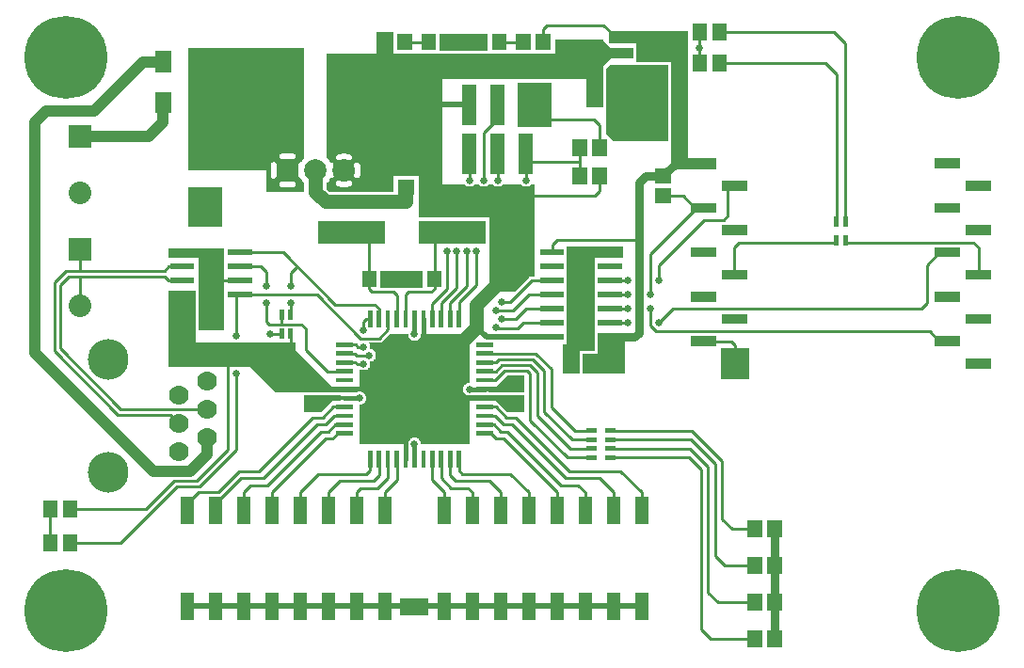
<source format=gbr>
G04 start of page 2 for group 0 idx 0 *
G04 Title: (unknown), top *
G04 Creator: pcb 20140316 *
G04 CreationDate: Wed 03 Jan 2018 04:45:06 AM GMT UTC *
G04 For: railfan *
G04 Format: Gerber/RS-274X *
G04 PCB-Dimensions (mil): 3500.00 2300.00 *
G04 PCB-Coordinate-Origin: lower left *
%MOIN*%
%FSLAX25Y25*%
%LNTOP*%
%ADD40C,0.0480*%
%ADD39C,0.1280*%
%ADD38C,0.1285*%
%ADD37C,0.0450*%
%ADD36C,0.0120*%
%ADD35C,0.0260*%
%ADD34R,0.0350X0.0350*%
%ADD33R,0.0945X0.0945*%
%ADD32R,0.0378X0.0378*%
%ADD31R,0.0500X0.0500*%
%ADD30R,0.0167X0.0167*%
%ADD29R,0.0787X0.0787*%
%ADD28R,0.0157X0.0157*%
%ADD27R,0.0440X0.0440*%
%ADD26R,0.0550X0.0550*%
%ADD25R,0.0512X0.0512*%
%ADD24R,0.0630X0.0630*%
%ADD23R,0.0200X0.0200*%
%ADD22C,0.0800*%
%ADD21C,0.1440*%
%ADD20C,0.2937*%
%ADD19C,0.0787*%
%ADD18C,0.0700*%
%ADD17C,0.0400*%
%ADD16C,0.0500*%
%ADD15C,0.0300*%
%ADD14C,0.0200*%
%ADD13C,0.0100*%
%ADD12C,0.0150*%
%ADD11C,0.0001*%
G54D11*G36*
X131621Y115000D02*X138193D01*
X138221Y114639D01*
X138306Y114287D01*
X138444Y113953D01*
X138634Y113644D01*
X138869Y113369D01*
X139144Y113134D01*
X139453Y112944D01*
X139787Y112806D01*
X140139Y112721D01*
X140500Y112693D01*
X140861Y112721D01*
X141213Y112806D01*
X141547Y112944D01*
X141856Y113134D01*
X142131Y113369D01*
X142366Y113644D01*
X142556Y113953D01*
X142694Y114287D01*
X142779Y114639D01*
X142800Y115000D01*
X160000D01*
Y97807D01*
X159639Y97779D01*
X159287Y97694D01*
X158953Y97556D01*
X158644Y97366D01*
X158369Y97131D01*
X158134Y96856D01*
X157944Y96547D01*
X157806Y96213D01*
X157721Y95861D01*
X157693Y95500D01*
X157721Y95139D01*
X157806Y94787D01*
X157944Y94453D01*
X158134Y94144D01*
X158369Y93869D01*
X158644Y93634D01*
X158953Y93444D01*
X159287Y93306D01*
X159639Y93221D01*
X160000Y93193D01*
Y76000D01*
X142800D01*
X142779Y76361D01*
X142694Y76713D01*
X142556Y77047D01*
X142366Y77356D01*
X142131Y77631D01*
X141856Y77866D01*
X141547Y78056D01*
X141213Y78194D01*
X140861Y78279D01*
X140500Y78307D01*
X140139Y78279D01*
X139787Y78194D01*
X139453Y78056D01*
X139144Y77866D01*
X138869Y77631D01*
X138634Y77356D01*
X138444Y77047D01*
X138306Y76713D01*
X138221Y76361D01*
X138193Y76000D01*
X121000D01*
Y90044D01*
X121361Y90072D01*
X121713Y90157D01*
X122047Y90296D01*
X122356Y90485D01*
X122631Y90720D01*
X122866Y90995D01*
X123056Y91304D01*
X123194Y91638D01*
X123279Y91990D01*
X123300Y92351D01*
X123279Y92712D01*
X123194Y93064D01*
X123056Y93399D01*
X122866Y93707D01*
X122631Y93983D01*
X122356Y94218D01*
X122047Y94407D01*
X121713Y94545D01*
X121361Y94630D01*
X121000Y94658D01*
Y102756D01*
X121144Y102634D01*
X121453Y102444D01*
X121787Y102306D01*
X122139Y102221D01*
X122500Y102193D01*
X122861Y102221D01*
X123213Y102306D01*
X123547Y102444D01*
X123856Y102634D01*
X124131Y102869D01*
X124366Y103144D01*
X124556Y103453D01*
X124694Y103787D01*
X124779Y104139D01*
X124800Y104500D01*
X124779Y104861D01*
X124695Y105208D01*
X124861Y105221D01*
X125213Y105306D01*
X125547Y105444D01*
X125856Y105634D01*
X126131Y105869D01*
X126366Y106144D01*
X126556Y106453D01*
X126694Y106787D01*
X126779Y107139D01*
X126800Y107500D01*
X126779Y107861D01*
X126694Y108213D01*
X126556Y108547D01*
X126366Y108856D01*
X126131Y109131D01*
X125856Y109366D01*
X125547Y109556D01*
X125213Y109694D01*
X124861Y109779D01*
X124695Y109792D01*
X124779Y110139D01*
X124800Y110500D01*
X124779Y110861D01*
X124694Y111213D01*
X124556Y111547D01*
X124366Y111856D01*
X124244Y112000D01*
X127941D01*
X128000Y111995D01*
X128235Y112014D01*
X128235Y112014D01*
X128465Y112069D01*
X128683Y112159D01*
X128884Y112283D01*
X129064Y112436D01*
X129102Y112481D01*
X131621Y115000D01*
G37*
G36*
X101500Y100500D02*X107500D01*
X111500Y96500D01*
X124500D01*
Y94500D01*
X121822D01*
X121713Y94545D01*
X121361Y94630D01*
X121000Y94658D01*
X120639Y94630D01*
X120287Y94545D01*
X120178Y94500D01*
X101500D01*
Y100500D01*
G37*
G36*
Y87500D02*Y93500D01*
X114495D01*
X114395Y93383D01*
X114251Y93148D01*
X114145Y92894D01*
X114081Y92626D01*
X114060Y92351D01*
X114081Y92077D01*
X114145Y91809D01*
X114251Y91554D01*
X114284Y91500D01*
X111500D01*
X107500Y87500D01*
X101500D01*
G37*
G36*
X179500D02*X173500D01*
X169500Y91500D01*
X156500D01*
Y93500D01*
X158862D01*
X158953Y93444D01*
X159287Y93306D01*
X159639Y93221D01*
X160000Y93193D01*
X160361Y93221D01*
X160713Y93306D01*
X161047Y93444D01*
X161138Y93500D01*
X179500D01*
Y87500D01*
G37*
G36*
Y100500D02*Y94500D01*
X166625D01*
X166749Y94703D01*
X166855Y94958D01*
X166919Y95225D01*
X166940Y95500D01*
X166919Y95775D01*
X166855Y96042D01*
X166749Y96297D01*
X166625Y96500D01*
X169500D01*
X173500Y100500D01*
X179500D01*
G37*
G36*
X135500Y21500D02*X145500D01*
Y15500D01*
X135500D01*
Y21500D01*
G37*
G36*
X63000Y116500D02*X53500D01*
Y130500D01*
X63000D01*
Y116500D01*
G37*
G36*
X53500Y124500D02*X63000D01*
Y103500D01*
X53500D01*
Y124500D01*
G37*
G36*
X64000Y116500D02*Y145500D01*
X73000D01*
Y116500D01*
X64000D01*
G37*
G36*
X128500Y137500D02*X143500D01*
Y131500D01*
X138559D01*
X138500Y131505D01*
X138441Y131500D01*
X133059D01*
X133000Y131505D01*
X132941Y131500D01*
X128500D01*
Y137500D01*
G37*
G36*
X194500Y146000D02*X204500D01*
Y109000D01*
X194500D01*
Y146000D01*
G37*
G36*
X199000Y101000D02*X193000D01*
Y111500D01*
X199000D01*
Y101000D01*
G37*
G36*
X194500Y146000D02*X214500D01*
Y142000D01*
X194500D01*
Y146000D01*
G37*
G36*
X205500Y115500D02*X215000D01*
Y101000D01*
X205500D01*
Y115500D01*
G37*
G36*
X215000Y101000D02*X200000D01*
Y108000D01*
X215000D01*
Y101000D01*
G37*
G36*
X259000Y110000D02*Y99000D01*
X249000D01*
Y110000D01*
X259000D01*
G37*
G36*
X91500Y94500D02*Y100500D01*
X106000D01*
Y94500D01*
X91500D01*
G37*
G36*
X93000D02*X91500D01*
X82500Y103500D01*
Y105500D01*
X93000D01*
Y94500D01*
G37*
G36*
X107500Y100500D02*Y98000D01*
X96000D01*
Y109500D01*
X98500D01*
X107500Y100500D01*
G37*
G36*
X53500Y103500D02*Y112000D01*
X98500D01*
Y103500D01*
X53500D01*
G37*
G36*
X98500Y112000D02*Y94500D01*
X91500D01*
Y112000D01*
X98500D01*
G37*
G36*
X166500Y215500D02*X149500D01*
Y221500D01*
X166500D01*
Y215500D01*
G37*
G36*
X127000Y222000D02*X133000D01*
Y205500D01*
X127000D01*
Y222000D01*
G37*
G36*
Y205500D02*Y214500D01*
X195000D01*
Y205500D01*
X127000D01*
G37*
G36*
X190500D02*Y219500D01*
X207500D01*
Y217384D01*
X202127Y217381D01*
X201974Y217344D01*
X201829Y217284D01*
X201694Y217202D01*
X201575Y217099D01*
X201472Y216980D01*
X201390Y216845D01*
X201330Y216700D01*
X201293Y216547D01*
X201284Y216390D01*
X201293Y212453D01*
X201330Y212300D01*
X201390Y212155D01*
X201472Y212020D01*
X201575Y211901D01*
X201694Y211798D01*
X201829Y211716D01*
X201974Y211656D01*
X202127Y211619D01*
X202284Y211610D01*
X207500Y211613D01*
Y205500D01*
X190500D01*
G37*
G36*
X208500Y195500D02*Y209000D01*
X210000Y210500D01*
X230500D01*
Y195500D01*
X208500D01*
G37*
G36*
X207500D02*X201500D01*
Y208500D01*
X207500D01*
Y195500D01*
G37*
G36*
X231500Y222500D02*X237500D01*
Y173500D01*
X231500D01*
Y222500D01*
G37*
G36*
X247500Y173500D02*X231500D01*
Y177500D01*
X247500D01*
Y173500D01*
G37*
G36*
X209500Y222500D02*X237500D01*
Y218000D01*
X209500D01*
Y222500D01*
G37*
G36*
X219000D02*X236000D01*
Y211500D01*
X219000D01*
Y222500D01*
G37*
G36*
X177000Y204000D02*X189000D01*
Y188500D01*
X177000D01*
Y204000D01*
G37*
G36*
X230500Y183500D02*X211000D01*
X208500Y186000D01*
Y199500D01*
X230500D01*
Y183500D01*
G37*
G36*
X101500Y190500D02*Y177391D01*
X101289Y177211D01*
X100682Y176500D01*
X100334Y175932D01*
X100280Y175928D01*
X100127Y175891D01*
X99982Y175831D01*
X99847Y175749D01*
X99728Y175646D01*
X99625Y175527D01*
X99543Y175392D01*
X99483Y175247D01*
X99446Y175094D01*
X99437Y174937D01*
Y171063D01*
X99446Y170906D01*
X99483Y170753D01*
X99543Y170608D01*
X99625Y170473D01*
X99728Y170354D01*
X99847Y170251D01*
X99982Y170169D01*
X100127Y170109D01*
X100280Y170072D01*
X100334Y170068D01*
X100682Y169500D01*
X101289Y168789D01*
X101500Y168609D01*
Y165500D01*
X95500D01*
Y167063D01*
X97437D01*
X97594Y167072D01*
X97747Y167109D01*
X97892Y167169D01*
X98027Y167251D01*
X98146Y167354D01*
X98249Y167473D01*
X98331Y167608D01*
X98391Y167753D01*
X98428Y167906D01*
X98440Y168063D01*
X98428Y168220D01*
X98391Y168373D01*
X98331Y168518D01*
X98249Y168653D01*
X98146Y168772D01*
X98027Y168875D01*
X97892Y168957D01*
X97747Y169017D01*
X97594Y169054D01*
X97437Y169063D01*
X95500D01*
Y176937D01*
X97437D01*
X97594Y176946D01*
X97747Y176983D01*
X97892Y177043D01*
X98027Y177125D01*
X98146Y177228D01*
X98249Y177347D01*
X98331Y177482D01*
X98391Y177627D01*
X98428Y177780D01*
X98440Y177937D01*
X98428Y178094D01*
X98391Y178247D01*
X98331Y178392D01*
X98249Y178527D01*
X98146Y178646D01*
X98027Y178749D01*
X97892Y178831D01*
X97747Y178891D01*
X97594Y178928D01*
X97437Y178937D01*
X95500D01*
Y190500D01*
X101500D01*
G37*
G36*
X95500Y165500D02*X90563D01*
Y170060D01*
X90720Y170072D01*
X90873Y170109D01*
X91018Y170169D01*
X91153Y170251D01*
X91272Y170354D01*
X91375Y170473D01*
X91457Y170608D01*
X91517Y170753D01*
X91554Y170906D01*
X91563Y171063D01*
Y174937D01*
X91554Y175094D01*
X91517Y175247D01*
X91457Y175392D01*
X91375Y175527D01*
X91272Y175646D01*
X91153Y175749D01*
X91018Y175831D01*
X90873Y175891D01*
X90720Y175928D01*
X90563Y175940D01*
Y190500D01*
X95500D01*
Y178937D01*
X93563D01*
X93406Y178928D01*
X93253Y178891D01*
X93108Y178831D01*
X92973Y178749D01*
X92854Y178646D01*
X92751Y178527D01*
X92669Y178392D01*
X92609Y178247D01*
X92572Y178094D01*
X92560Y177937D01*
X92572Y177780D01*
X92609Y177627D01*
X92669Y177482D01*
X92751Y177347D01*
X92854Y177228D01*
X92973Y177125D01*
X93108Y177043D01*
X93253Y176983D01*
X93406Y176946D01*
X93563Y176937D01*
X95500D01*
Y169063D01*
X93563D01*
X93406Y169054D01*
X93253Y169017D01*
X93108Y168957D01*
X92973Y168875D01*
X92854Y168772D01*
X92751Y168653D01*
X92669Y168518D01*
X92609Y168373D01*
X92572Y168220D01*
X92560Y168063D01*
X92572Y167906D01*
X92609Y167753D01*
X92669Y167608D01*
X92751Y167473D01*
X92854Y167354D01*
X92973Y167251D01*
X93108Y167169D01*
X93253Y167109D01*
X93406Y167072D01*
X93563Y167063D01*
X95500D01*
Y165500D01*
G37*
G36*
X90563D02*X88000D01*
Y190500D01*
X90563D01*
Y175940D01*
X90406Y175928D01*
X90253Y175891D01*
X90108Y175831D01*
X89973Y175749D01*
X89854Y175646D01*
X89751Y175527D01*
X89669Y175392D01*
X89609Y175247D01*
X89572Y175094D01*
X89563Y174937D01*
Y171063D01*
X89572Y170906D01*
X89609Y170753D01*
X89669Y170608D01*
X89751Y170473D01*
X89854Y170354D01*
X89973Y170251D01*
X90108Y170169D01*
X90253Y170109D01*
X90406Y170072D01*
X90563Y170060D01*
Y165500D01*
G37*
G36*
X95500Y216500D02*X101500D01*
Y177391D01*
X101289Y177211D01*
X100682Y176500D01*
X100334Y175932D01*
X100280Y175928D01*
X100127Y175891D01*
X99982Y175831D01*
X99847Y175749D01*
X99728Y175646D01*
X99625Y175527D01*
X99543Y175392D01*
X99483Y175247D01*
X99446Y175094D01*
X99437Y174937D01*
Y173000D01*
X95500D01*
Y176937D01*
X97437D01*
X97594Y176946D01*
X97747Y176983D01*
X97892Y177043D01*
X98027Y177125D01*
X98146Y177228D01*
X98249Y177347D01*
X98331Y177482D01*
X98391Y177627D01*
X98428Y177780D01*
X98440Y177937D01*
X98428Y178094D01*
X98391Y178247D01*
X98331Y178392D01*
X98249Y178527D01*
X98146Y178646D01*
X98027Y178749D01*
X97892Y178831D01*
X97747Y178891D01*
X97594Y178928D01*
X97437Y178937D01*
X95500D01*
Y216500D01*
G37*
G36*
X60500D02*X95500D01*
Y178937D01*
X93563D01*
X93406Y178928D01*
X93253Y178891D01*
X93108Y178831D01*
X92973Y178749D01*
X92854Y178646D01*
X92751Y178527D01*
X92669Y178392D01*
X92609Y178247D01*
X92572Y178094D01*
X92560Y177937D01*
X92572Y177780D01*
X92609Y177627D01*
X92669Y177482D01*
X92751Y177347D01*
X92854Y177228D01*
X92973Y177125D01*
X93108Y177043D01*
X93253Y176983D01*
X93406Y176946D01*
X93563Y176937D01*
X95500D01*
Y173000D01*
X91563D01*
Y174937D01*
X91554Y175094D01*
X91517Y175247D01*
X91457Y175392D01*
X91375Y175527D01*
X91272Y175646D01*
X91153Y175749D01*
X91018Y175831D01*
X90873Y175891D01*
X90720Y175928D01*
X90563Y175940D01*
X90406Y175928D01*
X90253Y175891D01*
X90108Y175831D01*
X89973Y175749D01*
X89854Y175646D01*
X89751Y175527D01*
X89669Y175392D01*
X89609Y175247D01*
X89572Y175094D01*
X89563Y174937D01*
Y173000D01*
X60500D01*
Y216500D01*
G37*
G36*
X141000Y171000D02*X121086D01*
X121204Y171328D01*
X121337Y171877D01*
X121417Y172436D01*
X121444Y173000D01*
X121417Y173564D01*
X121337Y174123D01*
X121204Y174672D01*
X121019Y175206D01*
X120950Y175348D01*
X120858Y175477D01*
X120748Y175591D01*
X120621Y175685D01*
X120481Y175759D01*
X120332Y175809D01*
X120176Y175836D01*
X120018Y175838D01*
X119861Y175815D01*
X119710Y175768D01*
X119569Y175698D01*
X119439Y175607D01*
X119326Y175496D01*
X119232Y175370D01*
X119158Y175230D01*
X119108Y175080D01*
X119081Y174924D01*
X119079Y174766D01*
X119102Y174610D01*
X119152Y174460D01*
X119278Y174108D01*
X119366Y173744D01*
X119419Y173374D01*
X119437Y173000D01*
X119419Y172626D01*
X119366Y172256D01*
X119278Y171892D01*
X119156Y171539D01*
X119106Y171389D01*
X119083Y171234D01*
X119085Y171076D01*
X119098Y171000D01*
X115498D01*
Y176937D01*
X115500Y176937D01*
X115874Y176919D01*
X116244Y176866D01*
X116608Y176778D01*
X116961Y176656D01*
X117111Y176606D01*
X117266Y176583D01*
X117424Y176585D01*
X117579Y176612D01*
X117728Y176662D01*
X117867Y176736D01*
X117993Y176830D01*
X118103Y176942D01*
X118194Y177071D01*
X118264Y177212D01*
X118311Y177362D01*
X118333Y177518D01*
X118332Y177675D01*
X118305Y177831D01*
X118254Y177980D01*
X118181Y178119D01*
X118087Y178245D01*
X117975Y178355D01*
X117846Y178446D01*
X117704Y178513D01*
X117172Y178704D01*
X116623Y178837D01*
X116064Y178917D01*
X115500Y178944D01*
X115498Y178944D01*
Y214500D01*
X141000D01*
Y171000D01*
G37*
G36*
X115498D02*X111906D01*
X111919Y171076D01*
X111921Y171234D01*
X111898Y171390D01*
X111848Y171540D01*
X111722Y171892D01*
X111634Y172256D01*
X111581Y172626D01*
X111563Y173000D01*
X111581Y173374D01*
X111634Y173744D01*
X111722Y174108D01*
X111844Y174461D01*
X111894Y174611D01*
X111917Y174766D01*
X111915Y174924D01*
X111888Y175079D01*
X111838Y175228D01*
X111764Y175367D01*
X111670Y175493D01*
X111558Y175603D01*
X111429Y175694D01*
X111288Y175764D01*
X111138Y175811D01*
X110982Y175833D01*
X110825Y175832D01*
X110737Y175817D01*
X110318Y176500D01*
X109711Y177211D01*
X109500Y177391D01*
Y214500D01*
X115498D01*
Y178944D01*
X114936Y178917D01*
X114377Y178837D01*
X113828Y178704D01*
X113294Y178519D01*
X113152Y178450D01*
X113023Y178358D01*
X112909Y178248D01*
X112815Y178121D01*
X112741Y177981D01*
X112691Y177832D01*
X112664Y177676D01*
X112662Y177518D01*
X112685Y177361D01*
X112732Y177210D01*
X112802Y177069D01*
X112893Y176939D01*
X113004Y176826D01*
X113130Y176732D01*
X113270Y176658D01*
X113420Y176608D01*
X113576Y176581D01*
X113734Y176579D01*
X113890Y176602D01*
X114040Y176652D01*
X114392Y176778D01*
X114756Y176866D01*
X115126Y176919D01*
X115498Y176937D01*
Y171000D01*
G37*
G36*
X120261Y179000D02*X133000D01*
Y165500D01*
X120261D01*
Y170183D01*
X120331Y170195D01*
X120480Y170246D01*
X120619Y170319D01*
X120745Y170413D01*
X120855Y170525D01*
X120946Y170654D01*
X121013Y170796D01*
X121204Y171328D01*
X121337Y171877D01*
X121417Y172436D01*
X121444Y173000D01*
X121417Y173564D01*
X121337Y174123D01*
X121204Y174672D01*
X121019Y175206D01*
X120950Y175348D01*
X120858Y175477D01*
X120748Y175591D01*
X120621Y175685D01*
X120481Y175759D01*
X120332Y175809D01*
X120261Y175821D01*
Y179000D01*
G37*
G36*
X115502D02*X120261D01*
Y175821D01*
X120176Y175836D01*
X120018Y175838D01*
X119861Y175815D01*
X119710Y175768D01*
X119569Y175698D01*
X119439Y175607D01*
X119326Y175496D01*
X119232Y175370D01*
X119158Y175230D01*
X119108Y175080D01*
X119081Y174924D01*
X119079Y174766D01*
X119102Y174610D01*
X119152Y174460D01*
X119278Y174108D01*
X119366Y173744D01*
X119419Y173374D01*
X119437Y173000D01*
X119419Y172626D01*
X119366Y172256D01*
X119278Y171892D01*
X119156Y171539D01*
X119106Y171389D01*
X119083Y171234D01*
X119085Y171076D01*
X119112Y170921D01*
X119162Y170772D01*
X119236Y170633D01*
X119330Y170507D01*
X119442Y170397D01*
X119571Y170306D01*
X119712Y170236D01*
X119862Y170189D01*
X120018Y170167D01*
X120175Y170168D01*
X120261Y170183D01*
Y165500D01*
X115502D01*
Y167056D01*
X116064Y167083D01*
X116623Y167163D01*
X117172Y167296D01*
X117706Y167481D01*
X117848Y167550D01*
X117977Y167642D01*
X118091Y167752D01*
X118185Y167879D01*
X118259Y168019D01*
X118309Y168168D01*
X118336Y168324D01*
X118338Y168482D01*
X118315Y168639D01*
X118268Y168790D01*
X118198Y168931D01*
X118107Y169061D01*
X117996Y169174D01*
X117870Y169268D01*
X117730Y169342D01*
X117580Y169392D01*
X117424Y169419D01*
X117266Y169421D01*
X117110Y169398D01*
X116960Y169348D01*
X116608Y169222D01*
X116244Y169134D01*
X115874Y169081D01*
X115502Y169063D01*
Y176937D01*
X115874Y176919D01*
X116244Y176866D01*
X116608Y176778D01*
X116961Y176656D01*
X117111Y176606D01*
X117266Y176583D01*
X117424Y176585D01*
X117579Y176612D01*
X117728Y176662D01*
X117867Y176736D01*
X117993Y176830D01*
X118103Y176942D01*
X118194Y177071D01*
X118264Y177212D01*
X118311Y177362D01*
X118333Y177518D01*
X118332Y177675D01*
X118305Y177831D01*
X118254Y177980D01*
X118181Y178119D01*
X118087Y178245D01*
X117975Y178355D01*
X117846Y178446D01*
X117704Y178513D01*
X117172Y178704D01*
X116623Y178837D01*
X116064Y178917D01*
X115502Y178944D01*
Y179000D01*
G37*
G36*
X109500D02*X115502D01*
Y178944D01*
X115500Y178944D01*
X114936Y178917D01*
X114377Y178837D01*
X113828Y178704D01*
X113294Y178519D01*
X113152Y178450D01*
X113023Y178358D01*
X112909Y178248D01*
X112815Y178121D01*
X112741Y177981D01*
X112691Y177832D01*
X112664Y177676D01*
X112662Y177518D01*
X112685Y177361D01*
X112732Y177210D01*
X112802Y177069D01*
X112893Y176939D01*
X113004Y176826D01*
X113130Y176732D01*
X113270Y176658D01*
X113420Y176608D01*
X113576Y176581D01*
X113734Y176579D01*
X113890Y176602D01*
X114040Y176652D01*
X114392Y176778D01*
X114756Y176866D01*
X115126Y176919D01*
X115500Y176937D01*
X115502Y176937D01*
Y169063D01*
X115500Y169063D01*
X115126Y169081D01*
X114756Y169134D01*
X114392Y169222D01*
X114039Y169344D01*
X113889Y169394D01*
X113734Y169417D01*
X113576Y169415D01*
X113421Y169388D01*
X113272Y169338D01*
X113133Y169264D01*
X113007Y169170D01*
X112897Y169058D01*
X112806Y168929D01*
X112736Y168788D01*
X112689Y168638D01*
X112667Y168482D01*
X112668Y168325D01*
X112695Y168169D01*
X112746Y168020D01*
X112819Y167881D01*
X112913Y167755D01*
X113025Y167645D01*
X113154Y167554D01*
X113296Y167487D01*
X113828Y167296D01*
X114377Y167163D01*
X114936Y167083D01*
X115500Y167056D01*
X115502Y167056D01*
Y165500D01*
X110450D01*
X109500Y166450D01*
Y168609D01*
X109711Y168789D01*
X110318Y169500D01*
X110735Y170179D01*
X110824Y170164D01*
X110982Y170162D01*
X111139Y170185D01*
X111290Y170232D01*
X111431Y170302D01*
X111561Y170393D01*
X111674Y170504D01*
X111768Y170630D01*
X111842Y170770D01*
X111892Y170920D01*
X111919Y171076D01*
X111921Y171234D01*
X111898Y171390D01*
X111848Y171540D01*
X111722Y171892D01*
X111634Y172256D01*
X111581Y172626D01*
X111563Y173000D01*
X111581Y173374D01*
X111634Y173744D01*
X111722Y174108D01*
X111844Y174461D01*
X111894Y174611D01*
X111917Y174766D01*
X111915Y174924D01*
X111888Y175079D01*
X111838Y175228D01*
X111764Y175367D01*
X111670Y175493D01*
X111558Y175603D01*
X111429Y175694D01*
X111288Y175764D01*
X111138Y175811D01*
X110982Y175833D01*
X110825Y175832D01*
X110737Y175817D01*
X110318Y176500D01*
X109711Y177211D01*
X109500Y177391D01*
Y179000D01*
G37*
G36*
X73000Y145500D02*Y142000D01*
X53500D01*
Y145500D01*
X73000D01*
G37*
G36*
X60500Y216500D02*X68500D01*
Y174500D01*
X60500D01*
Y216500D01*
G37*
G36*
Y167000D02*X72500D01*
Y153000D01*
X60500D01*
Y167000D01*
G37*
G36*
X142000Y174000D02*X150500D01*
Y156500D01*
X142000D01*
Y174000D01*
G37*
G36*
Y156500D02*Y168000D01*
X158256D01*
X158369Y167869D01*
X158644Y167634D01*
X158953Y167444D01*
X159287Y167306D01*
X159639Y167221D01*
X160000Y167193D01*
X160361Y167221D01*
X160713Y167306D01*
X161047Y167444D01*
X161356Y167634D01*
X161631Y167869D01*
X161744Y168000D01*
X163256D01*
X163369Y167869D01*
X163644Y167634D01*
X163953Y167444D01*
X164287Y167306D01*
X164639Y167221D01*
X165000Y167193D01*
X165361Y167221D01*
X165713Y167306D01*
X166047Y167444D01*
X166356Y167634D01*
X166631Y167869D01*
X166744Y168000D01*
X168256D01*
X168369Y167869D01*
X168644Y167634D01*
X168953Y167444D01*
X169287Y167306D01*
X169639Y167221D01*
X170000Y167193D01*
X170361Y167221D01*
X170713Y167306D01*
X171047Y167444D01*
X171356Y167634D01*
X171631Y167869D01*
X171744Y168000D01*
X178256D01*
X178369Y167869D01*
X178644Y167634D01*
X178953Y167444D01*
X179287Y167306D01*
X179639Y167221D01*
X180000Y167193D01*
X180361Y167221D01*
X180713Y167306D01*
X181047Y167444D01*
X181356Y167634D01*
X181631Y167869D01*
X181744Y168000D01*
X183000D01*
Y156500D01*
X142000D01*
G37*
G36*
X183000Y168000D02*Y135500D01*
X182059D01*
X182000Y135505D01*
X181765Y135486D01*
X181535Y135431D01*
X181317Y135341D01*
X181116Y135217D01*
X181115Y135217D01*
X180936Y135064D01*
X180898Y135019D01*
X175879Y130000D01*
X167000D01*
Y168000D01*
X168256D01*
X168369Y167869D01*
X168644Y167634D01*
X168953Y167444D01*
X169287Y167306D01*
X169639Y167221D01*
X170000Y167193D01*
X170361Y167221D01*
X170713Y167306D01*
X171047Y167444D01*
X171356Y167634D01*
X171631Y167869D01*
X171744Y168000D01*
X178256D01*
X178369Y167869D01*
X178644Y167634D01*
X178953Y167444D01*
X179287Y167306D01*
X179639Y167221D01*
X180000Y167193D01*
X180361Y167221D01*
X180713Y167306D01*
X181047Y167444D01*
X181356Y167634D01*
X181631Y167869D01*
X181744Y168000D01*
X183000D01*
G37*
G36*
X136000Y207500D02*X150500D01*
Y171000D01*
X136000D01*
Y207500D01*
G37*
G54D12*X137350Y70815D02*Y81500D01*
X140500Y76000D02*Y70815D01*
G54D13*X146799D02*Y63200D01*
X153098Y70815D02*Y64901D01*
X154999Y63000D01*
X149948Y70815D02*Y64051D01*
X156247Y70815D02*Y66752D01*
X157499Y65500D01*
X146799Y63200D02*X150999Y59000D01*
X153499Y60500D02*X159499D01*
X149948Y64051D02*X153499Y60500D01*
X150999Y59000D02*Y52450D01*
X160999Y59000D02*Y52450D01*
X170999Y59000D02*Y52450D01*
X159499Y60500D02*X160999Y59000D01*
X154999Y63000D02*X166999D01*
X170999Y59000D01*
X157499Y65500D02*X174499D01*
X180999Y59000D01*
X172000Y78000D02*X191000Y59000D01*
X173500Y80500D02*X192500Y61500D01*
X175000Y83000D02*X194000Y64000D01*
X180999Y59000D02*Y52450D01*
X191000Y59000D02*Y52450D01*
G54D14*X143000Y18550D02*X221000D01*
G54D13*X176500Y85500D02*X195500Y66500D01*
X194724Y71276D02*X181500Y84500D01*
X195575Y74425D02*X184000Y86000D01*
X196425Y77575D02*X186500Y87500D01*
X197276Y80724D02*X189000Y89000D01*
X169300Y89200D02*X173000Y85500D01*
X176500D01*
X181500Y101000D02*Y84500D01*
X184000Y86000D02*Y101500D01*
X168949Y86051D02*X172000Y83000D01*
X168599Y82901D02*X171000Y80500D01*
X167748Y79752D02*X169500Y78000D01*
X172000D02*X169500D01*
X171000Y80500D02*X173500D01*
X172000Y83000D02*X175000D01*
G54D12*X160000Y95500D02*X165185D01*
G54D13*Y89200D02*X169300D01*
X165185Y86051D02*X168949D01*
X165185Y82901D02*X168599D01*
X165185Y79752D02*X167748D01*
X186500Y87500D02*Y102000D01*
X189000Y89000D02*Y102598D01*
X192500Y61500D02*X198500D01*
X201000Y59000D01*
Y52450D01*
X194000Y64000D02*X206000D01*
X211000Y59000D01*
Y52450D01*
X195500Y66500D02*X213500D01*
X203152Y71276D02*X194724D01*
X203152Y74425D02*X195575D01*
X203152Y77575D02*X196425D01*
X203152Y80724D02*X197276D01*
X213500Y66500D02*X221000Y59000D01*
Y52450D01*
X237724Y71276D02*X209848D01*
X238075Y74425D02*X209848D01*
X238425Y77575D02*X209848D01*
X238776Y80724D02*X209848D01*
X242000Y10500D02*Y67000D01*
X244500Y23500D02*Y68000D01*
X248000Y20000D02*X244500Y23500D01*
X247000Y36500D02*Y69000D01*
X249500Y49500D02*Y70000D01*
X250500Y33000D02*X247000Y36500D01*
X262457Y7000D02*X245500D01*
X242000Y10500D01*
X262457Y20000D02*X248000D01*
X262457Y33000D02*X250500D01*
X262457Y46000D02*X253000D01*
X249500Y49500D01*
G54D15*X268000Y7000D02*Y46000D01*
G54D13*X242000Y67000D02*X237724Y71276D01*
X244500Y68000D02*X238075Y74425D01*
X247000Y69000D02*X238425Y77575D01*
X249500Y70000D02*X238776Y80724D01*
X137043Y218500D02*X145457D01*
X170543D02*X178957D01*
X186043D02*Y223043D01*
X187500Y224500D01*
X207500D01*
X211000Y221000D01*
X165185Y98649D02*X169149D01*
X172500Y102000D01*
X165185Y101799D02*X169299D01*
X171500Y104000D01*
X165185Y104948D02*X169448D01*
X170500Y106000D01*
X165185Y108098D02*X183500D01*
X171500Y104000D02*X181500D01*
X170500Y106000D02*X182500D01*
X172500Y102000D02*X180500D01*
X181500Y101000D01*
X184000Y101500D02*X181500Y104000D01*
X124457Y131043D02*Y151000D01*
X125500Y130000D02*X124457Y131043D01*
X133000Y130000D02*X125500D01*
X134201Y128799D02*X133000Y130000D01*
G54D16*X137500Y162000D02*Y166957D01*
G54D13*X137351Y128851D02*X138500Y130000D01*
X134201Y120185D02*Y128799D01*
X137351Y120185D02*Y128851D01*
X146800Y120185D02*Y125800D01*
X147543Y131043D02*Y151000D01*
X146500Y130000D02*X147543Y131043D01*
X138500Y130000D02*X146500D01*
X152000Y131000D02*Y144500D01*
X155500Y131500D02*Y144500D01*
X159000Y132000D02*Y144500D01*
X162500Y132500D02*Y144500D01*
X160000Y169500D02*Y178760D01*
X165000Y169500D02*Y186500D01*
G54D14*X160000Y196500D02*X147500D01*
G54D13*X170000Y169500D02*Y178760D01*
X165000Y186500D02*X170000Y191500D01*
X180000Y169500D02*Y178760D01*
X146800Y125800D02*X152000Y131000D01*
X149949Y120185D02*Y125949D01*
X155500Y131500D01*
X153099Y120185D02*Y126099D01*
X159000Y132000D01*
X156248Y120185D02*Y126248D01*
X162500Y132500D01*
G54D16*X171000Y134000D02*X162500Y125500D01*
Y117500D01*
X156500Y111500D01*
G54D14*X166000Y114000D02*X162500Y117500D01*
G54D13*X186500Y102000D02*X182500Y106000D01*
X189000Y102598D02*X183500Y108098D01*
G54D14*X189250Y114000D02*X166000D01*
G54D13*X169000Y117000D02*X177000D01*
X179000Y119000D01*
X171500Y120500D02*X176500D01*
X179000Y119000D02*X189250D01*
X176500Y120500D02*X180000Y124000D01*
X189250D01*
X169500Y123500D02*X175500D01*
X171500Y126500D02*X174500D01*
X175500Y123500D02*X181000Y129000D01*
X189250D01*
X174500Y126500D02*X182000Y134000D01*
X189250D01*
Y144000D02*Y146750D01*
X191000Y148500D01*
X228500Y163957D02*X235543D01*
G54D15*X228500Y171043D02*X233957Y176500D01*
X228500Y171043D02*X222500D01*
X220000Y168543D01*
G54D13*X235543Y163957D02*X240000Y159500D01*
X224000Y143500D02*X240000Y159500D01*
X227000Y139500D02*X243000Y155500D01*
X250000D01*
X251500Y157000D01*
Y167500D01*
X227000Y119000D02*X232000Y124000D01*
X289925Y154848D02*Y207075D01*
X293075Y154848D02*Y217925D01*
X289000Y222000D01*
X289925Y207075D02*X286000Y211000D01*
X248543D01*
X289000Y222000D02*X248543D01*
X241500D02*Y210500D01*
X216000Y134000D02*X209750D01*
G54D15*X220000Y168543D02*Y115500D01*
G54D13*X216000Y129000D02*X209750D01*
X216000Y124000D02*X209750D01*
X224000Y129000D02*Y143500D01*
X227000Y134000D02*Y139500D01*
X216000Y119000D02*X209750D01*
G54D15*X220000Y115500D02*X218500Y114000D01*
X209750D01*
G54D13*X224000Y124000D02*Y118000D01*
X226000Y116000D01*
X323000D01*
X242701Y112441D02*X252559D01*
X323000Y116000D02*X326500Y112500D01*
X320000Y124000D02*X322000Y126000D01*
X232000Y124000D02*X320000D01*
X322000Y126000D02*Y139500D01*
X326500Y144000D01*
X340299Y136063D02*Y145701D01*
X338500Y147500D01*
X293075D01*
X253685Y136063D02*Y145685D01*
X252559Y112441D02*X254000Y111000D01*
Y108000D01*
X253685Y145685D02*X255500Y147500D01*
X289925D01*
X191000Y148500D02*X220000D01*
X204500Y164000D02*X179000D01*
X204000Y191000D02*X184500D01*
X206043Y181000D02*Y188957D01*
X204000Y191000D01*
X198957Y181000D02*Y171000D01*
X206043D02*Y165543D01*
X204500Y164000D01*
X198957Y175957D02*X180000D01*
X134200Y70815D02*Y63200D01*
X130000Y59000D01*
X131051Y70815D02*Y64051D01*
X127901Y64901D02*X126000Y63000D01*
X127901Y70815D02*Y64901D01*
X131051Y64051D02*X127500Y60500D01*
X124752Y70815D02*Y66752D01*
X123500Y65500D01*
X130000Y59000D02*Y52450D01*
X127500Y60500D02*X121500D01*
X120000Y59000D01*
Y52450D01*
X114000Y63000D02*X110000Y59000D01*
Y52450D01*
X123500Y65500D02*X106500D01*
X126000Y63000D02*X114000D01*
X82500Y61500D02*X88500D01*
X82500D02*X80000Y59000D01*
X106500Y65500D02*X100000Y59000D01*
X109000Y78000D02*X90000Y59000D01*
X109000Y78000D02*X111500D01*
X107500Y80500D02*X88500Y61500D01*
X100000Y59000D02*Y52450D01*
X90000Y59000D02*Y52450D01*
X80000Y59000D02*Y52450D01*
X106000Y83000D02*X87000Y64000D01*
X104500Y85500D02*X85500Y66500D01*
X63500Y63000D02*X74500Y74000D01*
X64500Y61000D02*X77500Y74000D01*
G54D14*X60000Y18550D02*X138000D01*
G54D13*X87000Y64000D02*X79000D01*
X70000Y55000D01*
X64000Y59000D02*X71000D01*
X78500Y66500D01*
X85500D01*
X60000Y55000D02*X64000Y59000D01*
X45500Y53000D02*X55500Y63000D01*
X63500D01*
X36500Y41000D02*X56500Y61000D01*
X64500D01*
G54D17*X67000Y78500D02*Y72500D01*
X61000Y66500D01*
X48000D01*
X6000Y108500D01*
G54D13*X36500Y88500D02*X15000Y110000D01*
X13000Y109000D02*X35500Y86500D01*
X67000Y88500D02*X36500D01*
X35500Y86500D02*X54000D01*
X57000Y83500D01*
X11457Y53000D02*Y41000D01*
X36500D02*X18543D01*
X45500Y53000D02*X18543D01*
G54D17*X6000Y108500D02*Y185000D01*
G54D13*X58250Y139000D02*X53500D01*
X52000Y137500D01*
X58250Y134000D02*X53500D01*
X52000Y135500D01*
X18000D01*
X52000Y137500D02*X17000D01*
X22000D02*Y145000D01*
Y135500D02*Y125000D01*
X18000Y135500D02*X15000Y132500D01*
X17000Y137500D02*X13000Y133500D01*
X15000Y132500D02*Y110000D01*
X13000Y133500D02*Y109000D01*
X78750Y134000D02*X68500D01*
G54D17*X6000Y185000D02*Y190000D01*
X10000Y194000D01*
X27000D01*
X22000Y185000D02*X46500D01*
X51500Y190000D01*
Y197000D01*
X27000Y194000D02*X44500Y211500D01*
X51500D01*
G54D12*X143650Y120185D02*Y109500D01*
X140500Y120185D02*Y115000D01*
X115815Y92351D02*X121000D01*
G54D13*X111700Y89200D02*X115815D01*
X111700D02*X108000Y85500D01*
X112051Y86051D02*X115815D01*
X112051D02*X109000Y83000D01*
X112401Y82901D02*X115815D01*
X112401D02*X110000Y80500D01*
X107500D02*X110000D01*
X106000Y83000D02*X109000D01*
X104500Y85500D02*X108000D01*
X74500Y74000D02*Y107500D01*
X77500Y74000D02*Y101000D01*
X113252Y79752D02*X111500Y78000D01*
X115815Y101800D02*X109700D01*
X102000Y109500D01*
X121500Y113500D02*X106000Y129000D01*
X112500Y125500D02*X126500D01*
X127902Y124098D01*
Y120185D01*
X123185D02*X124752D01*
X94000Y144000D02*X78750D01*
Y139000D02*X86000D01*
X88000Y137000D01*
Y132000D01*
X96575D02*Y136575D01*
X99000Y139000D01*
X106000Y129000D02*X78750D01*
X88000Y126000D02*Y119500D01*
X77500Y114500D02*Y129000D01*
X89000Y118500D02*X100500D01*
X93425Y115152D02*X89500D01*
X88000Y119500D02*X89000Y118500D01*
X93425Y122348D02*Y118500D01*
X96575Y122348D02*Y126000D01*
X100500Y118500D02*X102000Y117000D01*
Y109500D01*
X96575Y115652D02*Y109000D01*
X94000Y144000D02*X112500Y125500D01*
G54D16*X105500Y173000D02*Y165500D01*
X109000Y162000D01*
X137500D01*
G54D13*X113252Y79752D02*X115815D01*
Y111248D02*X119752D01*
X115815Y108099D02*X119401D01*
X120000Y107500D01*
X119752Y111248D02*X120500Y110500D01*
X122500D01*
X120000Y107500D02*X124500D01*
X115815Y104949D02*X119551D01*
X120000Y104500D01*
X122500D01*
X131052Y120185D02*Y116552D01*
X128000Y113500D01*
X121500D01*
X122500Y116500D02*Y119500D01*
X123185Y120185D01*
G54D18*X67000Y98500D03*
X57000Y93500D03*
X67000Y88500D03*
X57000Y83500D03*
G54D19*X115500Y173000D03*
X105500D03*
G54D11*G36*
X91563Y176937D02*Y169063D01*
X99437D01*
Y176937D01*
X91563D01*
G37*
G54D20*X333000Y213000D03*
G54D18*X67000Y78500D03*
X57000Y73500D03*
G54D21*X32000Y106000D03*
G54D20*X17000Y213000D03*
G54D11*G36*
X18000Y149000D02*Y141000D01*
X26000D01*
Y149000D01*
X18000D01*
G37*
G54D22*X22000Y125000D03*
G54D11*G36*
X18000Y189000D02*Y181000D01*
X26000D01*
Y189000D01*
X18000D01*
G37*
G54D22*X22000Y165000D03*
G54D21*X32000Y66000D03*
G54D20*X17000Y17000D03*
X333000D03*
G54D23*X55000Y144000D02*X61500D01*
X55000Y139000D02*X61500D01*
X55000Y134000D02*X61500D01*
G54D24*X64500Y163307D02*Y157008D01*
G54D23*X75500Y129000D02*X82000D01*
X75500Y134000D02*X82000D01*
X75500Y139000D02*X82000D01*
X75500Y144000D02*X82000D01*
X55000Y129000D02*X61500D01*
G54D25*X59957Y120393D02*Y119607D01*
X67043Y120393D02*Y119607D01*
G54D26*X51500Y212500D02*Y210500D01*
X64500Y212500D02*Y210500D01*
X51500Y198000D02*Y196000D01*
X64500Y198000D02*Y196000D01*
G54D24*Y182992D02*Y176693D01*
G54D27*X60000Y21150D02*Y15950D01*
X70000Y21150D02*Y15950D01*
X80000Y21150D02*Y15950D01*
X90000Y21150D02*Y15950D01*
X100000Y21150D02*Y15950D01*
X110000Y21150D02*Y15950D01*
X120000Y21150D02*Y15950D01*
X130000Y21150D02*Y15950D01*
X60000Y55050D02*Y49850D01*
X70000Y55050D02*Y49850D01*
X80000Y55050D02*Y49850D01*
X90000Y55050D02*Y49850D01*
X100000Y55050D02*Y49850D01*
X110000Y55050D02*Y49850D01*
X120000Y55050D02*Y49850D01*
X130000Y55050D02*Y49850D01*
G54D25*X11457Y53393D02*Y52607D01*
X18543Y53393D02*Y52607D01*
Y41393D02*Y40607D01*
X11457Y41393D02*Y40607D01*
G54D28*X134201Y122398D02*Y117972D01*
X131052Y122398D02*Y117972D01*
X127902Y122398D02*Y117972D01*
X124752Y122398D02*Y117972D01*
G54D29*X110409Y151000D02*X126157D01*
G54D25*X140457Y134893D02*Y134107D01*
X124457Y134893D02*Y134107D01*
X131543Y134893D02*Y134107D01*
G54D28*X113602Y98650D02*X118028D01*
G54D25*X104107Y97543D02*X104893D01*
G54D28*X113602Y95500D02*X118028D01*
X113602Y92351D02*X118028D01*
X113602Y89201D02*X118028D01*
X113602Y86052D02*X118028D01*
X113602Y82902D02*X118028D01*
G54D25*X104107Y90457D02*X104893D01*
G54D28*X113602Y79752D02*X118028D01*
X124752Y73028D02*Y68602D01*
X127901Y73028D02*Y68602D01*
X131051Y73028D02*Y68602D01*
X134200Y73028D02*Y68602D01*
X137350Y73028D02*Y68602D01*
X140500Y73028D02*Y68602D01*
X143649Y73028D02*Y68602D01*
X113602Y111248D02*X118028D01*
X113602Y108099D02*X118028D01*
X113602Y104949D02*X118028D01*
X113602Y101800D02*X118028D01*
G54D30*X96575Y122783D02*Y120913D01*
X93425Y122783D02*Y120913D01*
Y116087D02*Y114217D01*
X96575Y116087D02*Y114217D01*
G54D25*X204457Y199393D02*Y198607D01*
G54D31*X180000Y200984D02*Y191496D01*
X170000Y200984D02*Y191496D01*
X160000Y200984D02*Y191496D01*
G54D25*X137043Y218893D02*Y218107D01*
X129957Y218893D02*Y218107D01*
X152543Y218893D02*Y218107D01*
X145457Y218893D02*Y218107D01*
X178957Y218893D02*Y218107D01*
X186043Y218893D02*Y218107D01*
X163457Y218893D02*Y218107D01*
X170543Y218893D02*Y218107D01*
G54D28*X156248Y122398D02*Y117972D01*
X153099Y122398D02*Y117972D01*
X149949Y122398D02*Y117972D01*
X146800Y122398D02*Y117972D01*
X143650Y122398D02*Y117972D01*
X140500Y122398D02*Y117972D01*
X137351Y122398D02*Y117972D01*
G54D29*X145843Y151000D02*X161591D01*
G54D25*X147543Y134893D02*Y134107D01*
X137107Y174043D02*X137893D01*
G54D31*X160000Y183504D02*Y174016D01*
X170000Y183504D02*Y174016D01*
X180000Y183504D02*Y174016D01*
G54D25*X137107Y166957D02*X137893D01*
G54D23*X206500Y119000D02*X213000D01*
X206500Y124000D02*X213000D01*
X206500Y129000D02*X213000D01*
X206500Y134000D02*X213000D01*
X206500Y139000D02*X213000D01*
X206500Y144000D02*X213000D01*
X186000D02*X192500D01*
X186000Y139000D02*X192500D01*
X186000Y134000D02*X192500D01*
X186000Y129000D02*X192500D01*
X186000Y124000D02*X192500D01*
X186000Y119000D02*X192500D01*
G54D25*X211543Y199393D02*Y198607D01*
X234543Y197393D02*Y196607D01*
X227457Y197393D02*Y196607D01*
X234543Y187393D02*Y186607D01*
X227457Y187393D02*Y186607D01*
G54D32*X211890Y208594D02*X215984D01*
X204174Y214500D02*X215984D01*
G54D33*X200550D02*X202440D01*
G54D11*G36*
X205745Y211195D02*X208585Y214035D01*
X210005Y212615D01*
X207165Y209775D01*
X205745Y211195D01*
G37*
G36*
X207165Y219225D02*X210005Y216385D01*
X208585Y214965D01*
X205745Y217805D01*
X207165Y219225D01*
G37*
G54D32*X211890Y220406D02*X215984D01*
G54D25*X198957Y181393D02*Y180607D01*
X206043Y181393D02*Y180607D01*
X198957Y171393D02*Y170607D01*
X206043Y171393D02*Y170607D01*
X241457Y222393D02*Y221607D01*
X248543Y222393D02*Y221607D01*
X241457Y211393D02*Y210607D01*
X248543Y211393D02*Y210607D01*
G54D30*X202217Y80724D02*X204087D01*
X202217Y77575D02*X204087D01*
X202217Y74425D02*X204087D01*
X202217Y71276D02*X204087D01*
X208913D02*X210783D01*
X208913Y74425D02*X210783D01*
X208913Y77575D02*X210783D01*
X208913Y80724D02*X210783D01*
G54D23*X206500Y114000D02*X213000D01*
G54D27*X151000Y21150D02*Y15950D01*
X161000Y21150D02*Y15950D01*
X171000Y21150D02*Y15950D01*
X181000Y21150D02*Y15950D01*
X191000Y21150D02*Y15950D01*
X201000Y21150D02*Y15950D01*
X211000Y21150D02*Y15950D01*
X221000Y21150D02*Y15950D01*
G54D25*X268043Y7393D02*Y6607D01*
X260957Y7393D02*Y6607D01*
X268043Y20393D02*Y19607D01*
X260957Y20393D02*Y19607D01*
X268043Y33393D02*Y32607D01*
X260957Y33393D02*Y32607D01*
X268043Y46393D02*Y45607D01*
X260957Y46393D02*Y45607D01*
G54D27*X151000Y55050D02*Y49850D01*
G54D28*X146799Y73028D02*Y68602D01*
X149948Y73028D02*Y68602D01*
X153098Y73028D02*Y68602D01*
X156248Y73028D02*Y68602D01*
G54D27*X161000Y55050D02*Y49850D01*
X171000Y55050D02*Y49850D01*
X181000Y55050D02*Y49850D01*
X191000Y55050D02*Y49850D01*
X201000Y55050D02*Y49850D01*
X211000Y55050D02*Y49850D01*
X221000Y55050D02*Y49850D01*
G54D28*X162972Y79752D02*X167398D01*
X162972Y82901D02*X167398D01*
X162972Y86051D02*X167398D01*
X162972Y98649D02*X167398D01*
X162972Y101799D02*X167398D01*
X162972Y104948D02*X167398D01*
X162972Y108098D02*X167398D01*
X162972Y111248D02*X167398D01*
X162972Y89200D02*X167398D01*
X162972Y92350D02*X167398D01*
X162972Y95500D02*X167398D01*
G54D25*X176107Y90457D02*X176893D01*
X176107Y97543D02*X176893D01*
G54D23*X186000Y114000D02*X192500D01*
G54D25*X203043Y104893D02*Y104107D01*
X195957Y104893D02*Y104107D01*
G54D30*X293075Y155783D02*Y153913D01*
X289925Y155783D02*Y153913D01*
G54D34*X239945Y175433D02*X245457D01*
X239945Y159685D02*X245457D01*
X250929Y167559D02*X256441D01*
G54D30*X289925Y149087D02*Y147217D01*
X293075Y149087D02*Y147217D01*
G54D34*X239945Y143937D02*X245457D01*
X239945Y128189D02*X245457D01*
X239945Y112441D02*X245457D01*
X250929Y104567D02*X256441D01*
X250929Y120315D02*X256441D01*
X250929Y136063D02*X256441D01*
X250929Y151811D02*X256441D01*
G54D25*X228107Y163957D02*X228893D01*
X228107Y171043D02*X228893D01*
G54D34*X326559Y175433D02*X332071D01*
X326559Y159685D02*X332071D01*
X326559Y143937D02*X332071D01*
X326559Y128189D02*X332071D01*
X326559Y112441D02*X332071D01*
X337543Y104567D02*X343055D01*
X337543Y120315D02*X343055D01*
X337543Y136063D02*X343055D01*
X337543Y151811D02*X343055D01*
X337543Y167559D02*X343055D01*
G54D35*X140500Y115000D03*
X160000Y95500D03*
X152000Y144500D03*
X155500D03*
X159000D03*
X162500D03*
X158000Y220000D03*
Y217000D03*
X160000Y169500D03*
X136000Y133000D03*
Y136000D03*
X121000Y92351D03*
X122500Y110500D03*
X124500Y107500D03*
X122500Y104500D03*
Y116500D03*
X124000Y162000D03*
X127500D03*
X131000D03*
X70000Y161500D03*
Y164500D03*
Y158500D03*
Y155500D03*
X113500Y162000D03*
X117000D03*
X120500D03*
X77500Y114500D03*
Y101000D03*
X68500Y136500D03*
X66000Y134500D03*
Y138500D03*
X71000D03*
Y134500D03*
X88000Y126000D03*
Y132000D03*
X96575D03*
Y126000D03*
X89500Y115152D03*
X140500Y76000D03*
X138000Y18500D03*
X143000D03*
X268000Y13500D03*
Y26500D03*
Y39500D03*
X221500Y203500D03*
Y200000D03*
Y196500D03*
Y193000D03*
Y189500D03*
Y186000D03*
X218000Y203500D03*
X187000Y201500D03*
Y198000D03*
Y194500D03*
Y191000D03*
X218000Y200000D03*
Y196500D03*
X241500Y216500D03*
X218000Y193000D03*
Y189500D03*
Y186000D03*
X214500Y193000D03*
Y189500D03*
Y186000D03*
X170000Y169500D03*
X165000D03*
X180000D03*
X257000Y101000D03*
Y108000D03*
X254000D03*
X251000D03*
X254000Y101000D03*
X251000D03*
X227000Y134000D03*
Y119000D03*
X224000Y124000D03*
Y129000D03*
X216000Y134000D03*
Y129000D03*
X199500D03*
X202000Y131000D03*
Y127000D03*
X197000D03*
Y131000D03*
X216000Y124000D03*
Y119000D03*
X169500Y117500D03*
Y123500D03*
X171500Y120500D03*
Y126500D03*
G54D36*G54D15*G54D37*G54D38*G54D15*G54D39*G54D38*G54D40*G54D39*G54D38*M02*

</source>
